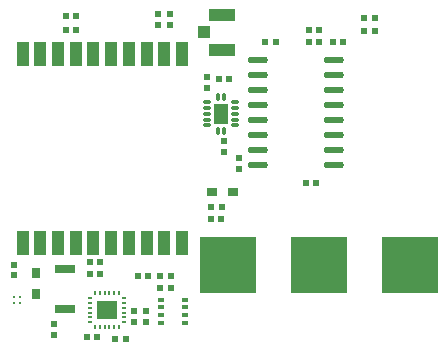
<source format=gtp>
%FSLAX25Y25*%
%MOIN*%
G70*
G01*
G75*
G04 Layer_Color=8421504*
%ADD10C,0.01713*%
%ADD11R,0.01969X0.01969*%
%ADD12R,0.01969X0.01969*%
%ADD13O,0.02756X0.01181*%
%ADD14O,0.01181X0.02756*%
%ADD15R,0.04724X0.06693*%
%ADD16R,0.03543X0.03150*%
%ADD17R,0.03150X0.03543*%
%ADD18R,0.03937X0.07874*%
%ADD19R,0.02362X0.01969*%
%ADD20R,0.06693X0.03150*%
%ADD21C,0.00787*%
%ADD22R,0.18504X0.18504*%
%ADD23R,0.04134X0.04134*%
%ADD24R,0.08858X0.04134*%
%ADD25O,0.06693X0.02165*%
%ADD26R,0.06693X0.05906*%
%ADD27O,0.00787X0.01969*%
%ADD28O,0.01969X0.00787*%
%ADD29R,0.01969X0.01378*%
%ADD30C,0.01969*%
%ADD31C,0.01000*%
%ADD32C,0.00787*%
%ADD33C,0.02362*%
%ADD34C,0.01575*%
%ADD35C,0.05906*%
%ADD36C,0.06693*%
%ADD37C,0.01772*%
%ADD38C,0.02598*%
%ADD39C,0.02362*%
%ADD40C,0.11811*%
%ADD41R,0.04724X0.05315*%
%ADD42R,0.03937X0.01378*%
%ADD43C,0.02756*%
%ADD44R,0.04000X0.09500*%
%ADD45C,0.00394*%
%ADD46C,0.01181*%
%ADD47C,0.00984*%
%ADD48C,0.00472*%
%ADD49C,0.00591*%
%ADD50C,0.00709*%
%ADD51C,0.00276*%
D11*
X71664Y44900D02*
D03*
X68120D02*
D03*
X68221Y49000D02*
D03*
X71764D02*
D03*
X119220Y107500D02*
D03*
X122764D02*
D03*
X19721Y108000D02*
D03*
X23264D02*
D03*
X31264Y30500D02*
D03*
X27720D02*
D03*
X31280Y26500D02*
D03*
X27736D02*
D03*
X54779Y22000D02*
D03*
X51236D02*
D03*
X36220Y5000D02*
D03*
X39764D02*
D03*
X30279Y5500D02*
D03*
X26736D02*
D03*
X51236Y26000D02*
D03*
X54779D02*
D03*
X108736Y104000D02*
D03*
X112279D02*
D03*
X100736D02*
D03*
X104279D02*
D03*
X100736Y108000D02*
D03*
X104279D02*
D03*
X99736Y57000D02*
D03*
X103279D02*
D03*
X86236Y104000D02*
D03*
X89780D02*
D03*
X74264Y91500D02*
D03*
X70720D02*
D03*
D12*
X67000Y88621D02*
D03*
Y92164D02*
D03*
X2400Y26120D02*
D03*
Y29664D02*
D03*
X16000Y6221D02*
D03*
Y9764D02*
D03*
X46500Y14279D02*
D03*
Y10736D02*
D03*
X42500Y14279D02*
D03*
Y10736D02*
D03*
X72500Y67236D02*
D03*
Y70780D02*
D03*
X77500Y65264D02*
D03*
Y61721D02*
D03*
X50500Y113264D02*
D03*
Y109721D02*
D03*
X54500Y113264D02*
D03*
Y109721D02*
D03*
D13*
X66779Y83953D02*
D03*
Y81984D02*
D03*
Y80016D02*
D03*
Y78047D02*
D03*
X76221D02*
D03*
Y80016D02*
D03*
Y81984D02*
D03*
Y83953D02*
D03*
Y76079D02*
D03*
X66779D02*
D03*
D14*
X70516Y74295D02*
D03*
X72484D02*
D03*
Y85706D02*
D03*
X70516D02*
D03*
D15*
X71500Y79900D02*
D03*
D16*
X75500Y54000D02*
D03*
X68413D02*
D03*
D17*
X10000Y27000D02*
D03*
Y19913D02*
D03*
D18*
X5378Y37000D02*
D03*
X11283D02*
D03*
X17189D02*
D03*
X23095D02*
D03*
X29000D02*
D03*
X34905D02*
D03*
X40811D02*
D03*
X46716D02*
D03*
X52622D02*
D03*
X58527D02*
D03*
X58528Y99992D02*
D03*
X52622D02*
D03*
X46716D02*
D03*
X40811D02*
D03*
X34905D02*
D03*
X29000D02*
D03*
X23095D02*
D03*
X17189D02*
D03*
X11283D02*
D03*
X5378D02*
D03*
D19*
X119236Y112000D02*
D03*
X122780D02*
D03*
X19736Y112500D02*
D03*
X23280D02*
D03*
X47280Y26000D02*
D03*
X43736D02*
D03*
D20*
X19500Y28386D02*
D03*
Y15000D02*
D03*
D21*
X2614Y18984D02*
D03*
X4583D02*
D03*
X2614Y17016D02*
D03*
X4583D02*
D03*
D22*
X104100Y29500D02*
D03*
X134512D02*
D03*
X74000D02*
D03*
D23*
X65799Y107095D02*
D03*
D24*
X72000Y101189D02*
D03*
Y113000D02*
D03*
D25*
X84000Y98000D02*
D03*
Y93000D02*
D03*
Y88000D02*
D03*
Y83000D02*
D03*
Y78000D02*
D03*
Y73000D02*
D03*
Y68000D02*
D03*
Y63000D02*
D03*
X109197Y98000D02*
D03*
Y93000D02*
D03*
Y88000D02*
D03*
Y83000D02*
D03*
Y78000D02*
D03*
Y73000D02*
D03*
Y68000D02*
D03*
Y63000D02*
D03*
D26*
X33500Y14500D02*
D03*
D27*
X29563Y20209D02*
D03*
X31138D02*
D03*
X32713D02*
D03*
X34287D02*
D03*
X35862D02*
D03*
X37437D02*
D03*
Y8791D02*
D03*
X35862D02*
D03*
X34287D02*
D03*
X32713D02*
D03*
X31138D02*
D03*
X29563D02*
D03*
D28*
X39209Y18437D02*
D03*
Y16862D02*
D03*
Y15287D02*
D03*
Y13713D02*
D03*
Y12138D02*
D03*
Y10563D02*
D03*
X27791D02*
D03*
Y12138D02*
D03*
Y13713D02*
D03*
Y15287D02*
D03*
Y16862D02*
D03*
Y18437D02*
D03*
D29*
X59571Y18000D02*
D03*
Y15441D02*
D03*
Y12882D02*
D03*
Y10323D02*
D03*
X51500D02*
D03*
Y12882D02*
D03*
Y15441D02*
D03*
Y18000D02*
D03*
M02*

</source>
